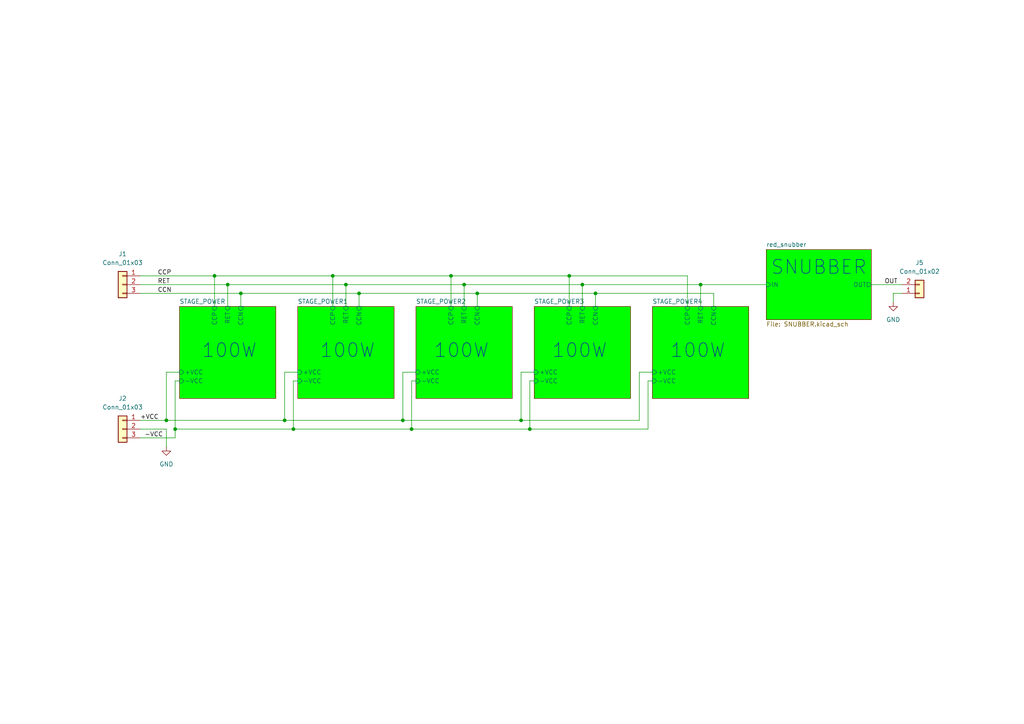
<source format=kicad_sch>
(kicad_sch (version 20231120) (generator "eeschema") (generator_version "8.0")
  (paper "A4")
  (title_block (title "Barra de potencia") (date "2023-03-11") (rev "v0.0.1") (company "https://maykolrey.com"))
  (lib_symbols
    (symbol "Connector_Generic:Conn_01x02" (pin_names (offset 1.016) hide)
      (property "Reference" "J" (at 0 2.54 0))
      (property "Value" "Conn_01x02" (at 0 -5.08 0))
      (symbol "Conn_01x02_1_1"
        (rectangle (start -1.27 -2.413) (end 0 -2.667) (stroke (width 0.1524)))
        (rectangle (start -1.27 0.127) (end 0 -0.127) (stroke (width 0.1524)))
        (rectangle (start -1.27 1.27) (end 1.27 -3.81) (stroke (width 0.254)) (fill (type background)))
        (pin passive line (at -5.08 0 0) (length 3.81) (name "Pin_1") (number "1"))
        (pin passive line (at -5.08 -2.54 0) (length 3.81) (name "Pin_2") (number "2"))
      )
    )
    (symbol "Connector_Generic:Conn_01x03" (pin_names (offset 1.016) hide)
      (property "Reference" "J" (at 0 5.08 0))
      (property "Value" "Conn_01x03" (at 0 -5.08 0))
      (symbol "Conn_01x03_1_1"
        (rectangle (start -1.27 -2.413) (end 0 -2.667) (stroke (width 0.1524)))
        (rectangle (start -1.27 0.127) (end 0 -0.127) (stroke (width 0.1524)))
        (rectangle (start -1.27 2.667) (end 0 2.413) (stroke (width 0.1524)))
        (rectangle (start -1.27 3.81) (end 1.27 -3.81) (stroke (width 0.254)) (fill (type background)))
        (pin passive line (at -5.08 2.54 0) (length 3.81) (name "Pin_1") (number "1"))
        (pin passive line (at -5.08 0 0) (length 3.81) (name "Pin_2") (number "2"))
        (pin passive line (at -5.08 -2.54 0) (length 3.81) (name "Pin_3") (number "3"))
      )
    )
    (symbol "power:GND" (power) (pin_names (offset 0))
      (property "Value" "GND" (at 0 -3.81 0))
      (symbol "GND_0_1"
        (polyline (pts (xy 0 0) (xy 0 -1.27) (xy 1.27 -1.27) (xy 0 -2.54) (xy -1.27 -1.27) (xy 0 -1.27)))
      )
      (symbol "GND_1_1"
        (pin power_in line (at 0 0 270) (length 0) hide (name "GND") (number "1"))
      )
    )
  )
  (junction (at 69.85 85.09))
  (junction (at 82.55 121.92))
  (junction (at 165.1 80.01))
  (junction (at 104.14 85.09))
  (junction (at 134.62 82.55))
  (junction (at 168.91 82.55))
  (junction (at 138.43 85.09))
  (junction (at 48.26 121.92))
  (junction (at 85.09 124.46))
  (junction (at 119.38 124.46))
  (junction (at 153.67 124.46))
  (junction (at 50.8 124.46))
  (junction (at 62.23 80.01))
  (junction (at 172.72 85.09))
  (junction (at 203.2 82.55))
  (junction (at 151.13 121.92))
  (junction (at 66.04 82.55))
  (junction (at 100.33 82.55))
  (junction (at 116.84 121.92))
  (junction (at 130.81 80.01))
  (junction (at 96.52 80.01))
  (wire (pts (xy 138.43 85.09) (xy 138.43 88.9)))
  (wire (pts (xy 222.25 82.55) (xy 203.2 82.55)))
  (wire (pts (xy 50.8 124.46) (xy 50.8 110.49)))
  (wire (pts (xy 82.55 121.92) (xy 116.84 121.92)))
  (wire (pts (xy 48.26 121.92) (xy 82.55 121.92)))
  (wire (pts (xy 116.84 121.92) (xy 151.13 121.92)))
  (wire (pts (xy 199.39 80.01) (xy 199.39 88.9)))
  (wire (pts (xy 40.64 80.01) (xy 62.23 80.01)))
  (wire (pts (xy 69.85 88.9) (xy 69.85 85.09)))
  (wire (pts (xy 165.1 80.01) (xy 199.39 80.01)))
  (wire (pts (xy 185.42 107.95) (xy 189.23 107.95)))
  (wire (pts (xy 151.13 121.92) (xy 185.42 121.92)))
  (wire (pts (xy 168.91 88.9) (xy 168.91 82.55)))
  (wire (pts (xy 85.09 110.49) (xy 85.09 124.46)))
  (wire (pts (xy 40.64 82.55) (xy 66.04 82.55)))
  (wire (pts (xy 50.8 110.49) (xy 52.07 110.49)))
  (wire (pts (xy 66.04 82.55) (xy 66.04 88.9)))
  (wire (pts (xy 96.52 80.01) (xy 62.23 80.01)))
  (wire (pts (xy 116.84 107.95) (xy 120.65 107.95)))
  (wire (pts (xy 153.67 124.46) (xy 153.67 110.49)))
  (wire (pts (xy 96.52 88.9) (xy 96.52 80.01)))
  (wire (pts (xy 165.1 80.01) (xy 165.1 88.9)))
  (wire (pts (xy 151.13 107.95) (xy 154.94 107.95)))
  (wire (pts (xy 116.84 121.92) (xy 116.84 107.95)))
  (wire (pts (xy 40.64 124.46) (xy 48.26 124.46)))
  (wire (pts (xy 62.23 80.01) (xy 62.23 88.9)))
  (wire (pts (xy 185.42 121.92) (xy 185.42 107.95)))
  (wire (pts (xy 85.09 124.46) (xy 119.38 124.46)))
  (wire (pts (xy 100.33 82.55) (xy 134.62 82.55)))
  (wire (pts (xy 119.38 124.46) (xy 119.38 110.49)))
  (wire (pts (xy 40.64 85.09) (xy 69.85 85.09)))
  (wire (pts (xy 153.67 124.46) (xy 187.96 124.46)))
  (wire (pts (xy 172.72 85.09) (xy 172.72 88.9)))
  (wire (pts (xy 50.8 124.46) (xy 85.09 124.46)))
  (wire (pts (xy 104.14 85.09) (xy 138.43 85.09)))
  (wire (pts (xy 165.1 80.01) (xy 130.81 80.01)))
  (wire (pts (xy 187.96 110.49) (xy 189.23 110.49)))
  (wire (pts (xy 203.2 82.55) (xy 168.91 82.55)))
  (wire (pts (xy 48.26 107.95) (xy 48.26 121.92)))
  (wire (pts (xy 261.62 82.55) (xy 252.73 82.55)))
  (wire (pts (xy 259.08 87.63) (xy 259.08 85.09)))
  (wire (pts (xy 52.07 107.95) (xy 48.26 107.95)))
  (wire (pts (xy 119.38 124.46) (xy 153.67 124.46)))
  (wire (pts (xy 187.96 124.46) (xy 187.96 110.49)))
  (wire (pts (xy 96.52 80.01) (xy 130.81 80.01)))
  (wire (pts (xy 130.81 80.01) (xy 130.81 88.9)))
  (wire (pts (xy 259.08 85.09) (xy 261.62 85.09)))
  (wire (pts (xy 100.33 82.55) (xy 66.04 82.55)))
  (wire (pts (xy 138.43 85.09) (xy 172.72 85.09)))
  (wire (pts (xy 86.36 110.49) (xy 85.09 110.49)))
  (wire (pts (xy 40.64 127) (xy 50.8 127)))
  (wire (pts (xy 48.26 124.46) (xy 48.26 129.54)))
  (wire (pts (xy 207.01 85.09) (xy 207.01 88.9)))
  (wire (pts (xy 50.8 124.46) (xy 50.8 127)))
  (wire (pts (xy 69.85 85.09) (xy 104.14 85.09)))
  (wire (pts (xy 172.72 85.09) (xy 207.01 85.09)))
  (wire (pts (xy 104.14 85.09) (xy 104.14 88.9)))
  (wire (pts (xy 86.36 107.95) (xy 82.55 107.95)))
  (wire (pts (xy 203.2 88.9) (xy 203.2 82.55)))
  (wire (pts (xy 153.67 110.49) (xy 154.94 110.49)))
  (wire (pts (xy 134.62 82.55) (xy 134.62 88.9)))
  (wire (pts (xy 40.64 121.92) (xy 48.26 121.92)))
  (wire (pts (xy 151.13 121.92) (xy 151.13 107.95)))
  (wire (pts (xy 168.91 82.55) (xy 134.62 82.55)))
  (wire (pts (xy 119.38 110.49) (xy 120.65 110.49)))
  (wire (pts (xy 100.33 88.9) (xy 100.33 82.55)))
  (wire (pts (xy 82.55 107.95) (xy 82.55 121.92)))
  (text "100W" (at 194.31 104.14 0) (effects (font (size 4 4)) (justify left bottom)))
  (text "100W" (at 58.42 104.14 0) (effects (font (size 4 4)) (justify left bottom)))
  (text "SNUBBER" (at 223.52 80.01 0) (effects (font (size 4 4)) (justify left bottom)))
  (text "100W" (at 125.73 104.14 0) (effects (font (size 4 4)) (justify left bottom)))
  (text "100W" (at 92.71 104.14 0) (effects (font (size 4 4)) (justify left bottom)))
  (text "100W" (at 160.02 104.14 0) (effects (font (size 4 4)) (justify left bottom)))
  (label "RET" (at 45.72 82.55 0))
  (label "OUT" (at 256.54 82.55 0))
  (label "+VCC" (at 40.64 121.92 0))
  (label "-VCC" (at 41.91 127 0))
  (label "CCN" (at 45.72 85.09 0))
  (label "CCP" (at 45.72 80.01 0))
  (symbol (lib_id "Connector_Generic:Conn_01x03") (at 35.56 124.46 0) (mirror y) (unit 1)
    (property "Reference" "J2" (at 35.56 115.57 0))
    (property "Value" "Conn_01x03" (at 35.56 118.11 0))
    (property "Footprint" "TerminalBlock_Phoenix:TerminalBlock_Phoenix_MKDS-1,5-3-5.08_1x03_P5.08mm_Horizontal" (effects (hide yes)))
  )
  (symbol (lib_id "power:GND") (at 48.26 129.54 0) (unit 1)
    (property "Reference" "#PWR01" (effects (hide yes)))
    (property "Value" "GND" (at 48.26 134.62 0))
  )
  (symbol (lib_id "power:GND") (at 259.08 87.63 0) (unit 1)
    (property "Reference" "#PWR02" (effects (hide yes)))
    (property "Value" "GND" (at 259.08 92.71 0))
  )
  (symbol (lib_id "Connector_Generic:Conn_01x03") (at 35.56 82.55 0) (mirror y) (unit 1)
    (property "Reference" "J1" (at 35.56 73.66 0))
    (property "Value" "Conn_01x03" (at 35.56 76.2 0))
    (property "Footprint" "TerminalBlock_Phoenix:TerminalBlock_Phoenix_MKDS-1,5-3-5.08_1x03_P5.08mm_Horizontal" (effects (hide yes)))
  )
  (symbol (lib_id "Connector_Generic:Conn_01x02") (at 266.7 85.09 0) (mirror x) (unit 1)
    (property "Reference" "J5" (at 266.7 76.2 0))
    (property "Value" "Conn_01x02" (at 266.7 78.74 0))
    (property "Footprint" "TerminalBlock_Phoenix:TerminalBlock_Phoenix_MKDS-1,5-2-5.08_1x02_P5.08mm_Horizontal" (effects (hide yes)))
  )
  (sheet (at 189.23 88.9) (size 27.94 26.67) (stroke (width 0.1524)) (fill (color 0 255 0 1.0000))
    (property "Sheetname" "STAGE_POWER4" (at 189.23 88.1884 0) (effects (justify left bottom)))
    (property "Sheetfile" "STAGE_POWER.kicad_sch" (effects (hide yes)))
    (pin "RET" input (at 203.2 88.9 90))
    (pin "CCP" input (at 199.39 88.9 90))
    (pin "CCN" input (at 207.01 88.9 90))
    (pin "+VCC" input (at 189.23 107.95 180))
    (pin "-VCC" input (at 189.23 110.49 180))
  )
  (sheet (at 120.65 88.9) (size 27.94 26.67) (stroke (width 0.1524)) (fill (color 0 255 0 1.0000))
    (property "Sheetname" "STAGE_POWER2" (at 120.65 88.1884 0) (effects (justify left bottom)))
    (property "Sheetfile" "STAGE_POWER.kicad_sch" (effects (hide yes)))
    (pin "RET" input (at 134.62 88.9 90))
    (pin "CCP" input (at 130.81 88.9 90))
    (pin "CCN" input (at 138.43 88.9 90))
    (pin "+VCC" input (at 120.65 107.95 180))
    (pin "-VCC" input (at 120.65 110.49 180))
  )
  (sheet (at 86.36 88.9) (size 27.94 26.67) (stroke (width 0.1524)) (fill (color 0 255 0 1.0000))
    (property "Sheetname" "STAGE_POWER1" (at 86.36 88.1884 0) (effects (justify left bottom)))
    (property "Sheetfile" "STAGE_POWER.kicad_sch" (effects (hide yes)))
    (pin "RET" input (at 100.33 88.9 90))
    (pin "CCP" input (at 96.52 88.9 90))
    (pin "CCN" input (at 104.14 88.9 90))
    (pin "+VCC" input (at 86.36 107.95 180))
    (pin "-VCC" input (at 86.36 110.49 180))
  )
  (sheet (at 154.94 88.9) (size 27.94 26.67) (stroke (width 0.1524)) (fill (color 0 255 0 1.0000))
    (property "Sheetname" "STAGE_POWER3" (at 154.94 88.1884 0) (effects (justify left bottom)))
    (property "Sheetfile" "STAGE_POWER.kicad_sch" (effects (hide yes)))
    (pin "RET" input (at 168.91 88.9 90))
    (pin "CCP" input (at 165.1 88.9 90))
    (pin "CCN" input (at 172.72 88.9 90))
    (pin "+VCC" input (at 154.94 107.95 180))
    (pin "-VCC" input (at 154.94 110.49 180))
  )
  (sheet (at 52.07 88.9) (size 27.94 26.67) (stroke (width 0.1524)) (fill (color 0 255 0 1.0000))
    (property "Sheetname" "STAGE_POWER" (at 52.07 88.1884 0) (effects (justify left bottom)))
    (property "Sheetfile" "STAGE_POWER.kicad_sch" (effects (hide yes)))
    (pin "RET" input (at 66.04 88.9 90))
    (pin "CCP" input (at 62.23 88.9 90))
    (pin "CCN" input (at 69.85 88.9 90))
    (pin "+VCC" input (at 52.07 107.95 180))
    (pin "-VCC" input (at 52.07 110.49 180))
  )
  (sheet (at 222.25 72.39) (size 30.48 20.32) (stroke (width 0.1524)) (fill (color 0 255 0 1.0000))
    (property "Sheetname" "red_snubber" (at 222.25 71.6784 0) (effects (justify left bottom)))
    (property "Sheetfile" "SNUBBER.kicad_sch" (at 222.25 93.2946 0) (effects (justify left top)))
    (pin "IN" input (at 222.25 82.55 180))
    (pin "OUT" output (at 252.73 82.55 0))
  )
)
</source>
